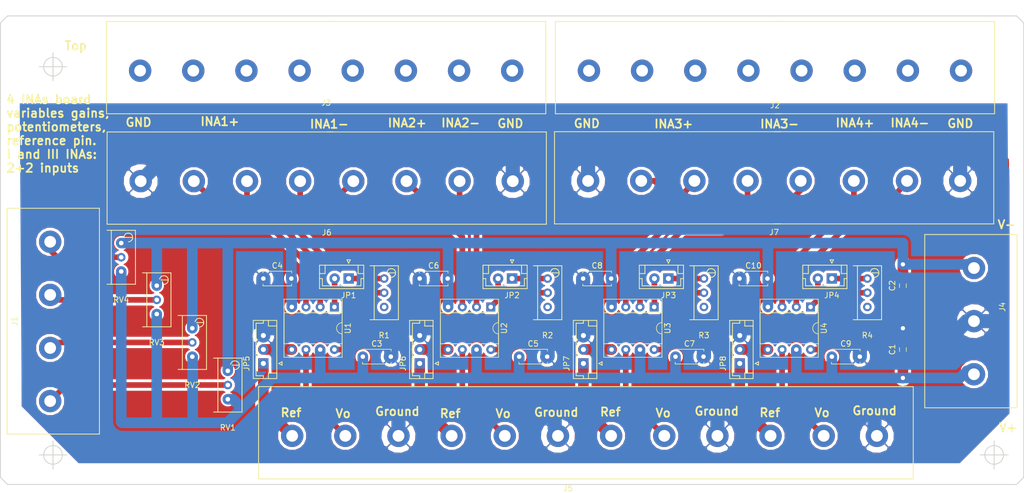
<source format=kicad_pcb>
(kicad_pcb (version 4) (host pcbnew 4.0.5)
  (layers (0 F.Cu signal) (31 B.Cu power) (35 F.Paste user) (37 F.SilkS user) (38 B.Mask user) (39 F.Mask user) (44 Edge.Cuts user))
  (net 0 "")
  (net 1 V+)
  (net 2 GND)
  (net 3 V-)
  (net 4 "Net-(J2-Pad1)")
  (net 5 "Net-(J2-Pad2)")
  (net 6 "Net-(J2-Pad3)")
  (net 7 "Net-(J2-Pad4)")
  (net 8 "Net-(JP1-Pad1)")
  (net 9 "Net-(JP1-Pad2)")
  (net 10 "Net-(JP2-Pad1)")
  (net 11 "Net-(JP2-Pad2)")
  (net 12 "Net-(JP3-Pad1)")
  (net 13 "Net-(JP3-Pad2)")
  (net 14 "Net-(JP4-Pad1)")
  (net 15 "Net-(JP4-Pad2)")
  (net 16 "Net-(R1-Pad2)")
  (net 17 "Net-(R2-Pad2)")
  (net 18 "Net-(R3-Pad2)")
  (net 19 "Net-(R4-Pad2)")
  (net 20 "Net-(J1-Pad1)")
  (net 21 "Net-(J1-Pad2)")
  (net 22 "Net-(J1-Pad3)")
  (net 23 "Net-(J1-Pad4)")
  (net 24 "Net-(J2-Pad5)")
  (net 25 "Net-(J2-Pad6)")
  (net 26 "Net-(J2-Pad7)")
  (net 27 "Net-(J2-Pad8)")
  (net 28 INA1_V+1)
  (net 29 INA1_V-1)
  (net 30 INA2_V+1)
  (net 31 INA2_V-1)
  (net 32 INA3_V+1)
  (net 33 INA3_V-1)
  (net 34 INA4_V+1)
  (net 35 INA4_V-1)
  (net 36 INA1_Ref)
  (net 37 INA1_V0)
  (net 38 INA3_Ref)
  (net 39 INA3_V0)
  (net 40 INA2_Ref)
  (net 41 INA2_V0)
  (net 42 INA4_Ref)
  (net 43 INA4_V0)
  (net 44 "Net-(J3-Pad1)")
  (net 45 "Net-(J3-Pad2)")
  (net 46 "Net-(J3-Pad3)")
  (net 47 "Net-(J3-Pad4)")
  (net 48 "Net-(J3-Pad5)")
  (net 49 "Net-(J3-Pad6)")
  (net 50 "Net-(J3-Pad7)")
  (net 51 "Net-(J3-Pad8)")
  (net 52 "Net-(JP5-Pad2)")
  (net 53 "Net-(JP6-Pad2)")
  (net 54 "Net-(JP7-Pad2)")
  (net 55 "Net-(JP8-Pad2)")
  (module Camdenboss_screw_terminal:Camdenboss_Screw_terminal_8x9.5mm (layer F.Cu) (at 178.9176 58.7248)
    (fp_text reference J7 (at 0 9.2) (layer F.SilkS))
    (fp_text value Screw_Terminal_1x08)
    (pad 1 thru_hole circle (at -33.25 0) (size 4 4) (drill 2.1) (layers *.Cu *.Mask) (net 2 GND))
    (pad 2 thru_hole circle (at -23.75 0) (size 4 4) (drill 2.1) (layers *.Cu *.Mask) (net 30 INA2_V+1))
    (pad 3 thru_hole circle (at -14.25 0) (size 4 4) (drill 2.1) (layers *.Cu *.Mask) (net 30 INA2_V+1))
    (pad 4 thru_hole circle (at -4.75 0) (size 4 4) (drill 2.1) (layers *.Cu *.Mask) (net 31 INA2_V-1))
    (pad 5 thru_hole circle (at 4.75 0) (size 4 4) (drill 2.1) (layers *.Cu *.Mask) (net 31 INA2_V-1))
    (pad 6 thru_hole circle (at 14.25 0) (size 4 4) (drill 2.1) (layers *.Cu *.Mask) (net 34 INA4_V+1))
    (pad 7 thru_hole circle (at 23.75 0) (size 4 4) (drill 2.1) (layers *.Cu *.Mask) (net 35 INA4_V-1))
    (pad 8 thru_hole circle (at 33.25 0) (size 4 4) (drill 2.1) (layers *.Cu *.Mask) (net 2 GND))
  )
  (module Camdenboss_screw_terminal:Camdenboss_Screw_terminal_8x9.5mm (layer F.Cu) (at 98.9584 58.7756)
    (fp_text reference J6 (at 0 9.2) (layer F.SilkS))
    (fp_text value Screw_Terminal_1x08)
    (pad 1 thru_hole circle (at -33.25 0) (size 4 4) (drill 2.1) (layers *.Cu *.Mask) (net 2 GND))
    (pad 2 thru_hole circle (at -23.75 0) (size 4 4) (drill 2.1) (layers *.Cu *.Mask) (net 28 INA1_V+1))
    (pad 3 thru_hole circle (at -14.25 0) (size 4 4) (drill 2.1) (layers *.Cu *.Mask) (net 28 INA1_V+1))
    (pad 4 thru_hole circle (at -4.75 0) (size 4 4) (drill 2.1) (layers *.Cu *.Mask) (net 29 INA1_V-1))
    (pad 5 thru_hole circle (at 4.75 0) (size 4 4) (drill 2.1) (layers *.Cu *.Mask) (net 29 INA1_V-1))
    (pad 6 thru_hole circle (at 14.25 0) (size 4 4) (drill 2.1) (layers *.Cu *.Mask) (net 32 INA3_V+1))
    (pad 7 thru_hole circle (at 23.75 0) (size 4 4) (drill 2.1) (layers *.Cu *.Mask) (net 33 INA3_V-1))
    (pad 8 thru_hole circle (at 33.25 0) (size 4 4) (drill 2.1) (layers *.Cu *.Mask) (net 2 GND))
  )
  (module Camdenboss_screw_terminal:Camdenboss_Screw_terminal_8x9.5mm (layer F.Cu) (at 98.8568 39.0144)
    (fp_text reference J3 (at 0 5.7404) (layer F.SilkS))
    (fp_text value Screw_Terminal_1x08)
    (pad 1 thru_hole circle (at -33.25 0) (size 4 4) (drill 2.1) (layers *.Cu *.Mask) (net 44 "Net-(J3-Pad1)"))
    (pad 2 thru_hole circle (at -23.75 0) (size 4 4) (drill 2.1) (layers *.Cu *.Mask) (net 45 "Net-(J3-Pad2)"))
    (pad 3 thru_hole circle (at -14.25 0) (size 4 4) (drill 2.1) (layers *.Cu *.Mask) (net 46 "Net-(J3-Pad3)"))
    (pad 4 thru_hole circle (at -4.75 0) (size 4 4) (drill 2.1) (layers *.Cu *.Mask) (net 47 "Net-(J3-Pad4)"))
    (pad 5 thru_hole circle (at 4.75 0) (size 4 4) (drill 2.1) (layers *.Cu *.Mask) (net 48 "Net-(J3-Pad5)"))
    (pad 6 thru_hole circle (at 14.25 0) (size 4 4) (drill 2.1) (layers *.Cu *.Mask) (net 49 "Net-(J3-Pad6)"))
    (pad 7 thru_hole circle (at 23.75 0) (size 4 4) (drill 2.1) (layers *.Cu *.Mask) (net 50 "Net-(J3-Pad7)"))
    (pad 8 thru_hole circle (at 33.25 0) (size 4 4) (drill 2.1) (layers *.Cu *.Mask) (net 51 "Net-(J3-Pad8)"))
  )
  (module Camdenboss_screw_terminal:Camdenboss_Screw_terminal_3x9.5mm (layer F.Cu) (at 214.63 83.82 90)
    (fp_text reference J4 (at 2.54 5.08 90) (layer F.SilkS))
    (fp_text value Screw_Terminal_1x03)
    (pad 1 thru_hole circle (at -9.5 0 90) (size 4 4) (drill 2.1) (layers *.Cu *.Mask) (net 1 V+))
    (pad 2 thru_hole circle (at 0 0 90) (size 4 4) (drill 2.1) (layers *.Cu *.Mask) (net 2 GND))
    (pad 3 thru_hole circle (at 9.5 0 90) (size 4 4) (drill 2.1) (layers *.Cu *.Mask) (net 3 V-))
  )
  (module Capacitors_SMD:C_0603_HandSoldering (layer F.Cu) (at 201.93 88.9 90)
    (fp_text reference C1 (at 0 -1.9 90) (layer F.SilkS))
    (fp_text value "10 uF")
    (pad 1 smd rect (at -0.95 0 90) (size 1.2 0.75) (layers F.Cu F.Paste F.Mask) (net 1 V+))
    (pad 2 smd rect (at 0.95 0 90) (size 1.2 0.75) (layers F.Cu F.Paste F.Mask) (net 2 GND))
  )
  (module Capacitors_SMD:C_0603_HandSoldering (layer F.Cu) (at 201.93 77.47 90)
    (fp_text reference C2 (at 0 -1.9 90) (layer F.SilkS))
    (fp_text value 10uF)
    (pad 1 smd rect (at -0.95 0 90) (size 1.2 0.75) (layers F.Cu F.Paste F.Mask) (net 2 GND))
    (pad 2 smd rect (at 0.95 0 90) (size 1.2 0.75) (layers F.Cu F.Paste F.Mask) (net 3 V-))
  )
  (module Housings_DIP:DIP-8_W7.62mm_Socket (layer F.Cu) (at 100.33 81.28 270)
    (fp_text reference U1 (at 3.81 -2.39 270) (layer F.SilkS))
    (fp_text value INA128)
    (pad 1 thru_hole rect (at 0 0 270) (size 1.6 1.6) (drill 0.8) (layers *.Cu *.Mask) (net 9 "Net-(JP1-Pad2)"))
    (pad 5 thru_hole oval (at 7.62 7.62 270) (size 1.6 1.6) (drill 0.8) (layers *.Cu *.Mask) (net 52 "Net-(JP5-Pad2)"))
    (pad 2 thru_hole oval (at 0 2.54 270) (size 1.6 1.6) (drill 0.8) (layers *.Cu *.Mask) (net 29 INA1_V-1))
    (pad 6 thru_hole oval (at 7.62 5.08 270) (size 1.6 1.6) (drill 0.8) (layers *.Cu *.Mask) (net 37 INA1_V0))
    (pad 3 thru_hole oval (at 0 5.08 270) (size 1.6 1.6) (drill 0.8) (layers *.Cu *.Mask) (net 28 INA1_V+1))
    (pad 7 thru_hole oval (at 7.62 2.54 270) (size 1.6 1.6) (drill 0.8) (layers *.Cu *.Mask) (net 1 V+))
    (pad 4 thru_hole oval (at 0 7.62 270) (size 1.6 1.6) (drill 0.8) (layers *.Cu *.Mask) (net 3 V-))
    (pad 8 thru_hole oval (at 7.62 0 270) (size 1.6 1.6) (drill 0.8) (layers *.Cu *.Mask) (net 16 "Net-(R1-Pad2)"))
  )
  (module Housings_DIP:DIP-8_W7.62mm_Socket (layer F.Cu) (at 128.27 81.28 270)
    (fp_text reference U2 (at 3.81 -2.39 270) (layer F.SilkS))
    (fp_text value INA128)
    (pad 1 thru_hole rect (at 0 0 270) (size 1.6 1.6) (drill 0.8) (layers *.Cu *.Mask) (net 11 "Net-(JP2-Pad2)"))
    (pad 5 thru_hole oval (at 7.62 7.62 270) (size 1.6 1.6) (drill 0.8) (layers *.Cu *.Mask) (net 53 "Net-(JP6-Pad2)"))
    (pad 2 thru_hole oval (at 0 2.54 270) (size 1.6 1.6) (drill 0.8) (layers *.Cu *.Mask) (net 33 INA3_V-1))
    (pad 6 thru_hole oval (at 7.62 5.08 270) (size 1.6 1.6) (drill 0.8) (layers *.Cu *.Mask) (net 39 INA3_V0))
    (pad 3 thru_hole oval (at 0 5.08 270) (size 1.6 1.6) (drill 0.8) (layers *.Cu *.Mask) (net 32 INA3_V+1))
    (pad 7 thru_hole oval (at 7.62 2.54 270) (size 1.6 1.6) (drill 0.8) (layers *.Cu *.Mask) (net 1 V+))
    (pad 4 thru_hole oval (at 0 7.62 270) (size 1.6 1.6) (drill 0.8) (layers *.Cu *.Mask) (net 3 V-))
    (pad 8 thru_hole oval (at 7.62 0 270) (size 1.6 1.6) (drill 0.8) (layers *.Cu *.Mask) (net 17 "Net-(R2-Pad2)"))
  )
  (module Housings_DIP:DIP-8_W7.62mm_Socket (layer F.Cu) (at 157.48 81.28 270)
    (fp_text reference U3 (at 3.81 -2.39 270) (layer F.SilkS))
    (fp_text value INA128)
    (pad 1 thru_hole rect (at 0 0 270) (size 1.6 1.6) (drill 0.8) (layers *.Cu *.Mask) (net 13 "Net-(JP3-Pad2)"))
    (pad 5 thru_hole oval (at 7.62 7.62 270) (size 1.6 1.6) (drill 0.8) (layers *.Cu *.Mask) (net 54 "Net-(JP7-Pad2)"))
    (pad 2 thru_hole oval (at 0 2.54 270) (size 1.6 1.6) (drill 0.8) (layers *.Cu *.Mask) (net 31 INA2_V-1))
    (pad 6 thru_hole oval (at 7.62 5.08 270) (size 1.6 1.6) (drill 0.8) (layers *.Cu *.Mask) (net 41 INA2_V0))
    (pad 3 thru_hole oval (at 0 5.08 270) (size 1.6 1.6) (drill 0.8) (layers *.Cu *.Mask) (net 30 INA2_V+1))
    (pad 7 thru_hole oval (at 7.62 2.54 270) (size 1.6 1.6) (drill 0.8) (layers *.Cu *.Mask) (net 1 V+))
    (pad 4 thru_hole oval (at 0 7.62 270) (size 1.6 1.6) (drill 0.8) (layers *.Cu *.Mask) (net 3 V-))
    (pad 8 thru_hole oval (at 7.62 0 270) (size 1.6 1.6) (drill 0.8) (layers *.Cu *.Mask) (net 18 "Net-(R3-Pad2)"))
  )
  (module Housings_DIP:DIP-8_W7.62mm_Socket (layer F.Cu) (at 185.42 81.28 270)
    (fp_text reference U4 (at 3.81 -2.39 270) (layer F.SilkS))
    (fp_text value INA128)
    (pad 1 thru_hole rect (at 0 0 270) (size 1.6 1.6) (drill 0.8) (layers *.Cu *.Mask) (net 15 "Net-(JP4-Pad2)"))
    (pad 5 thru_hole oval (at 7.62 7.62 270) (size 1.6 1.6) (drill 0.8) (layers *.Cu *.Mask) (net 55 "Net-(JP8-Pad2)"))
    (pad 2 thru_hole oval (at 0 2.54 270) (size 1.6 1.6) (drill 0.8) (layers *.Cu *.Mask) (net 35 INA4_V-1))
    (pad 6 thru_hole oval (at 7.62 5.08 270) (size 1.6 1.6) (drill 0.8) (layers *.Cu *.Mask) (net 43 INA4_V0))
    (pad 3 thru_hole oval (at 0 5.08 270) (size 1.6 1.6) (drill 0.8) (layers *.Cu *.Mask) (net 34 INA4_V+1))
    (pad 7 thru_hole oval (at 7.62 2.54 270) (size 1.6 1.6) (drill 0.8) (layers *.Cu *.Mask) (net 1 V+))
    (pad 4 thru_hole oval (at 0 7.62 270) (size 1.6 1.6) (drill 0.8) (layers *.Cu *.Mask) (net 3 V-))
    (pad 8 thru_hole oval (at 7.62 0 270) (size 1.6 1.6) (drill 0.8) (layers *.Cu *.Mask) (net 19 "Net-(R4-Pad2)"))
  )
  (module Camdenboss_screw_terminal:Camdenboss_Screw_terminal_12x9.5mm (layer F.Cu) (at 144.78 104.14)
    (fp_text reference J5 (at -2.7 9.6) (layer F.SilkS))
    (fp_text value Screw_Terminal_1x12)
    (pad 1 thru_hole circle (at -52 0.2) (size 4 4) (drill 2.1) (layers *.Cu *.Mask) (net 36 INA1_Ref))
    (pad 2 thru_hole circle (at -42.5 0.2) (size 4 4) (drill 2.1) (layers *.Cu *.Mask) (net 37 INA1_V0))
    (pad 3 thru_hole circle (at -33 0.2) (size 4 4) (drill 2.1) (layers *.Cu *.Mask) (net 2 GND))
    (pad 4 thru_hole circle (at -23.5 0.2) (size 4 4) (drill 2.1) (layers *.Cu *.Mask) (net 38 INA3_Ref))
    (pad 5 thru_hole circle (at -14 0.2) (size 4 4) (drill 2.1) (layers *.Cu *.Mask) (net 39 INA3_V0))
    (pad 6 thru_hole circle (at -4.5 0.2) (size 4 4) (drill 2.1) (layers *.Cu *.Mask) (net 2 GND))
    (pad 7 thru_hole circle (at 5 0.2) (size 4 4) (drill 2.1) (layers *.Cu *.Mask) (net 40 INA2_Ref))
    (pad 8 thru_hole circle (at 14.5 0.2) (size 4 4) (drill 2.1) (layers *.Cu *.Mask) (net 41 INA2_V0))
    (pad 9 thru_hole circle (at 24 0.2) (size 4 4) (drill 2.1) (layers *.Cu *.Mask) (net 2 GND))
    (pad 10 thru_hole circle (at 33.5 0.2) (size 4 4) (drill 2.1) (layers *.Cu *.Mask) (net 42 INA4_Ref))
    (pad 11 thru_hole circle (at 43 0.2) (size 4 4) (drill 2.1) (layers *.Cu *.Mask) (net 43 INA4_V0))
    (pad 12 thru_hole circle (at 52.5 0.2) (size 4 4) (drill 2.1) (layers *.Cu *.Mask) (net 2 GND))
  )
  (module Camdenboss_screw_terminal:Camdenboss_Screw_terminal_4x9.5mm (layer F.Cu) (at 49.53 83.82 270)
    (fp_text reference J1 (at 0 6.35 270) (layer F.SilkS))
    (fp_text value Screw_Terminal_1x04)
    (pad 1 thru_hole circle (at -14.2 0 270) (size 4 4) (drill 2.1) (layers *.Cu *.Mask) (net 20 "Net-(J1-Pad1)"))
    (pad 2 thru_hole circle (at -4.7 0 270) (size 4 4) (drill 2.1) (layers *.Cu *.Mask) (net 21 "Net-(J1-Pad2)"))
    (pad 3 thru_hole circle (at 4.8 0 270) (size 4 4) (drill 2.1) (layers *.Cu *.Mask) (net 22 "Net-(J1-Pad3)"))
    (pad 4 thru_hole circle (at 14.3 0 270) (size 4 4) (drill 2.1) (layers *.Cu *.Mask) (net 23 "Net-(J1-Pad4)"))
  )
  (module Capacitors_THT:C_Disc_D5.0mm_W2.5mm_P5.00mm (layer F.Cu) (at 105.41 90.17)
    (fp_text reference C3 (at 2.5 -2.31) (layer F.SilkS))
    (fp_text value "0.1 uF")
    (pad 1 thru_hole circle (at 0 0) (size 1.6 1.6) (drill 0.8) (layers *.Cu *.Mask) (net 1 V+))
    (pad 2 thru_hole circle (at 5 0) (size 1.6 1.6) (drill 0.8) (layers *.Cu *.Mask) (net 2 GND))
  )
  (module Capacitors_THT:C_Disc_D5.0mm_W2.5mm_P5.00mm (layer F.Cu) (at 87.63 76.2)
    (fp_text reference C4 (at 2.5 -2.31) (layer F.SilkS))
    (fp_text value "0.1 uF")
    (pad 1 thru_hole circle (at 0 0) (size 1.6 1.6) (drill 0.8) (layers *.Cu *.Mask) (net 2 GND))
    (pad 2 thru_hole circle (at 5 0) (size 1.6 1.6) (drill 0.8) (layers *.Cu *.Mask) (net 3 V-))
  )
  (module Capacitors_THT:C_Disc_D5.0mm_W2.5mm_P5.00mm (layer F.Cu) (at 133.35 90.17)
    (fp_text reference C5 (at 2.5 -2.31) (layer F.SilkS))
    (fp_text value "0.1 uF")
    (pad 1 thru_hole circle (at 0 0) (size 1.6 1.6) (drill 0.8) (layers *.Cu *.Mask) (net 1 V+))
    (pad 2 thru_hole circle (at 5 0) (size 1.6 1.6) (drill 0.8) (layers *.Cu *.Mask) (net 2 GND))
  )
  (module Capacitors_THT:C_Disc_D5.0mm_W2.5mm_P5.00mm (layer F.Cu) (at 115.57 76.2)
    (fp_text reference C6 (at 2.5 -2.31) (layer F.SilkS))
    (fp_text value "0.1 uF")
    (pad 1 thru_hole circle (at 0 0) (size 1.6 1.6) (drill 0.8) (layers *.Cu *.Mask) (net 2 GND))
    (pad 2 thru_hole circle (at 5 0) (size 1.6 1.6) (drill 0.8) (layers *.Cu *.Mask) (net 3 V-))
  )
  (module Capacitors_THT:C_Disc_D5.0mm_W2.5mm_P5.00mm (layer F.Cu) (at 161.29 90.17)
    (fp_text reference C7 (at 2.5 -2.31) (layer F.SilkS))
    (fp_text value "0.1 uF")
    (pad 1 thru_hole circle (at 0 0) (size 1.6 1.6) (drill 0.8) (layers *.Cu *.Mask) (net 1 V+))
    (pad 2 thru_hole circle (at 5 0) (size 1.6 1.6) (drill 0.8) (layers *.Cu *.Mask) (net 2 GND))
  )
  (module Capacitors_THT:C_Disc_D5.0mm_W2.5mm_P5.00mm (layer F.Cu) (at 144.78 76.2)
    (fp_text reference C8 (at 2.5 -2.31) (layer F.SilkS))
    (fp_text value "0.1 uF")
    (pad 1 thru_hole circle (at 0 0) (size 1.6 1.6) (drill 0.8) (layers *.Cu *.Mask) (net 2 GND))
    (pad 2 thru_hole circle (at 5 0) (size 1.6 1.6) (drill 0.8) (layers *.Cu *.Mask) (net 3 V-))
  )
  (module Capacitors_THT:C_Disc_D5.0mm_W2.5mm_P5.00mm (layer F.Cu) (at 189.23 90.17)
    (fp_text reference C9 (at 2.5 -2.31) (layer F.SilkS))
    (fp_text value "0.1 uF")
    (pad 1 thru_hole circle (at 0 0) (size 1.6 1.6) (drill 0.8) (layers *.Cu *.Mask) (net 1 V+))
    (pad 2 thru_hole circle (at 5 0) (size 1.6 1.6) (drill 0.8) (layers *.Cu *.Mask) (net 2 GND))
  )
  (module Capacitors_THT:C_Disc_D5.0mm_W2.5mm_P5.00mm (layer F.Cu) (at 172.72 76.2)
    (fp_text reference C10 (at 2.5 -2.31) (layer F.SilkS))
    (fp_text value "0.1 uF")
    (pad 1 thru_hole circle (at 0 0) (size 1.6 1.6) (drill 0.8) (layers *.Cu *.Mask) (net 2 GND))
    (pad 2 thru_hole circle (at 5 0) (size 1.6 1.6) (drill 0.8) (layers *.Cu *.Mask) (net 3 V-))
  )
  (module Potentiometers:Potentiometer_Bourns_3296W_3-8Zoll_Inline_ScrewUp (layer F.Cu) (at 109.22 76.2 180)
    (fp_text reference R1 (at 0 -10.16 180) (layer F.SilkS))
    (fp_text value RTRIM)
    (pad 2 thru_hole circle (at 0 -2.54 180) (size 1.524 1.524) (drill 0.8128) (layers *.Cu *.Mask) (net 16 "Net-(R1-Pad2)"))
    (pad 3 thru_hole circle (at 0 -5.08 180) (size 1.524 1.524) (drill 0.8128) (layers *.Cu *.Mask))
    (pad 1 thru_hole circle (at 0 0 180) (size 1.524 1.524) (drill 0.8128) (layers *.Cu *.Mask) (net 8 "Net-(JP1-Pad1)"))
  )
  (module Potentiometers:Potentiometer_Bourns_3296W_3-8Zoll_Inline_ScrewUp (layer F.Cu) (at 138.43 76.2 180)
    (fp_text reference R2 (at 0 -10.16 180) (layer F.SilkS))
    (fp_text value RTRIM)
    (pad 2 thru_hole circle (at 0 -2.54 180) (size 1.524 1.524) (drill 0.8128) (layers *.Cu *.Mask) (net 17 "Net-(R2-Pad2)"))
    (pad 3 thru_hole circle (at 0 -5.08 180) (size 1.524 1.524) (drill 0.8128) (layers *.Cu *.Mask))
    (pad 1 thru_hole circle (at 0 0 180) (size 1.524 1.524) (drill 0.8128) (layers *.Cu *.Mask) (net 10 "Net-(JP2-Pad1)"))
  )
  (module Potentiometers:Potentiometer_Bourns_3296W_3-8Zoll_Inline_ScrewUp (layer F.Cu) (at 166.37 76.2 180)
    (fp_text reference R3 (at 0 -10.16 180) (layer F.SilkS))
    (fp_text value RTRIM)
    (pad 2 thru_hole circle (at 0 -2.54 180) (size 1.524 1.524) (drill 0.8128) (layers *.Cu *.Mask) (net 18 "Net-(R3-Pad2)"))
    (pad 3 thru_hole circle (at 0 -5.08 180) (size 1.524 1.524) (drill 0.8128) (layers *.Cu *.Mask))
    (pad 1 thru_hole circle (at 0 0 180) (size 1.524 1.524) (drill 0.8128) (layers *.Cu *.Mask) (net 12 "Net-(JP3-Pad1)"))
  )
  (module Potentiometers:Potentiometer_Bourns_3296W_3-8Zoll_Inline_ScrewUp (layer F.Cu) (at 195.58 76.2 180)
    (fp_text reference R4 (at 0 -10.16 180) (layer F.SilkS))
    (fp_text value RTRIM)
    (pad 2 thru_hole circle (at 0 -2.54 180) (size 1.524 1.524) (drill 0.8128) (layers *.Cu *.Mask) (net 19 "Net-(R4-Pad2)"))
    (pad 3 thru_hole circle (at 0 -5.08 180) (size 1.524 1.524) (drill 0.8128) (layers *.Cu *.Mask))
    (pad 1 thru_hole circle (at 0 0 180) (size 1.524 1.524) (drill 0.8128) (layers *.Cu *.Mask) (net 14 "Net-(JP4-Pad1)"))
  )
  (module Potentiometers:Potentiometer_Bourns_3296W_3-8Zoll_Inline_ScrewUp (layer F.Cu) (at 81.28 92.71 180)
    (fp_text reference RV1 (at 0 -10.16 180) (layer F.SilkS))
    (fp_text value POT)
    (pad 2 thru_hole circle (at 0 -2.54 180) (size 1.524 1.524) (drill 0.8128) (layers *.Cu *.Mask) (net 23 "Net-(J1-Pad4)"))
    (pad 3 thru_hole circle (at 0 -5.08 180) (size 1.524 1.524) (drill 0.8128) (layers *.Cu *.Mask) (net 1 V+))
    (pad 1 thru_hole circle (at 0 0 180) (size 1.524 1.524) (drill 0.8128) (layers *.Cu *.Mask) (net 3 V-))
  )
  (module Potentiometers:Potentiometer_Bourns_3296W_3-8Zoll_Inline_ScrewUp (layer F.Cu) (at 74.93 85.09 180)
    (fp_text reference RV2 (at 0 -10.16 180) (layer F.SilkS))
    (fp_text value POT)
    (pad 2 thru_hole circle (at 0 -2.54 180) (size 1.524 1.524) (drill 0.8128) (layers *.Cu *.Mask) (net 22 "Net-(J1-Pad3)"))
    (pad 3 thru_hole circle (at 0 -5.08 180) (size 1.524 1.524) (drill 0.8128) (layers *.Cu *.Mask) (net 1 V+))
    (pad 1 thru_hole circle (at 0 0 180) (size 1.524 1.524) (drill 0.8128) (layers *.Cu *.Mask) (net 3 V-))
  )
  (module Potentiometers:Potentiometer_Bourns_3296W_3-8Zoll_Inline_ScrewUp (layer F.Cu) (at 68.58 77.47 180)
    (fp_text reference RV3 (at 0 -10.16 180) (layer F.SilkS))
    (fp_text value POT)
    (pad 2 thru_hole circle (at 0 -2.54 180) (size 1.524 1.524) (drill 0.8128) (layers *.Cu *.Mask) (net 21 "Net-(J1-Pad2)"))
    (pad 3 thru_hole circle (at 0 -5.08 180) (size 1.524 1.524) (drill 0.8128) (layers *.Cu *.Mask) (net 1 V+))
    (pad 1 thru_hole circle (at 0 0 180) (size 1.524 1.524) (drill 0.8128) (layers *.Cu *.Mask) (net 3 V-))
  )
  (module Potentiometers:Potentiometer_Bourns_3296W_3-8Zoll_Inline_ScrewUp (layer F.Cu) (at 62.23 69.85 180)
    (fp_text reference RV4 (at 0 -10.16 180) (layer F.SilkS))
    (fp_text value POT)
    (pad 2 thru_hole circle (at 0 -2.54 180) (size 1.524 1.524) (drill 0.8128) (layers *.Cu *.Mask) (net 20 "Net-(J1-Pad1)"))
    (pad 3 thru_hole circle (at 0 -5.08 180) (size 1.524 1.524) (drill 0.8128) (layers *.Cu *.Mask) (net 1 V+))
    (pad 1 thru_hole circle (at 0 0 180) (size 1.524 1.524) (drill 0.8128) (layers *.Cu *.Mask) (net 3 V-))
  )
  (module Connectors_JST:JST_EH_B02B-EH-A_02x2.50mm_Straight (layer F.Cu) (at 102.87 76.2 180)
    (fp_text reference JP1 (at 0 -3 180) (layer F.SilkS))
    (fp_text value Jumper_NO_Small)
    (pad 1 thru_hole rect (at 0 0 180) (size 1.85 1.85) (drill 0.9) (layers *.Cu *.Mask) (net 8 "Net-(JP1-Pad1)"))
    (pad 2 thru_hole circle (at 2.5 0 180) (size 1.85 1.85) (drill 0.9) (layers *.Cu *.Mask) (net 9 "Net-(JP1-Pad2)"))
  )
  (module Connectors_JST:JST_EH_B02B-EH-A_02x2.50mm_Straight (layer F.Cu) (at 132.08 76.2 180)
    (fp_text reference JP2 (at 0 -3 180) (layer F.SilkS))
    (fp_text value Jumper_NO_Small)
    (pad 1 thru_hole rect (at 0 0 180) (size 1.85 1.85) (drill 0.9) (layers *.Cu *.Mask) (net 10 "Net-(JP2-Pad1)"))
    (pad 2 thru_hole circle (at 2.5 0 180) (size 1.85 1.85) (drill 0.9) (layers *.Cu *.Mask) (net 11 "Net-(JP2-Pad2)"))
  )
  (module Connectors_JST:JST_EH_B02B-EH-A_02x2.50mm_Straight (layer F.Cu) (at 160.02 76.2 180)
    (fp_text reference JP3 (at 0 -3 180) (layer F.SilkS))
    (fp_text value Jumper_NO_Small)
    (pad 1 thru_hole rect (at 0 0 180) (size 1.85 1.85) (drill 0.9) (layers *.Cu *.Mask) (net 12 "Net-(JP3-Pad1)"))
    (pad 2 thru_hole circle (at 2.5 0 180) (size 1.85 1.85) (drill 0.9) (layers *.Cu *.Mask) (net 13 "Net-(JP3-Pad2)"))
  )
  (module Connectors_JST:JST_EH_B02B-EH-A_02x2.50mm_Straight (layer F.Cu) (at 189.23 76.2 180)
    (fp_text reference JP4 (at 0 -3 180) (layer F.SilkS))
    (fp_text value Jumper_NO_Small)
    (pad 1 thru_hole rect (at 0 0 180) (size 1.85 1.85) (drill 0.9) (layers *.Cu *.Mask) (net 14 "Net-(JP4-Pad1)"))
    (pad 2 thru_hole circle (at 2.5 0 180) (size 1.85 1.85) (drill 0.9) (layers *.Cu *.Mask) (net 15 "Net-(JP4-Pad2)"))
  )
  (module Camdenboss_screw_terminal:Camdenboss_Screw_terminal_8x9.5mm (layer F.Cu) (at 179.07 39.0144)
    (fp_text reference J2 (at 0 6.1976) (layer F.SilkS))
    (fp_text value Screw_Terminal_1x08)
    (pad 1 thru_hole circle (at -33.25 0) (size 4 4) (drill 2.1) (layers *.Cu *.Mask) (net 4 "Net-(J2-Pad1)"))
    (pad 2 thru_hole circle (at -23.75 0) (size 4 4) (drill 2.1) (layers *.Cu *.Mask) (net 5 "Net-(J2-Pad2)"))
    (pad 3 thru_hole circle (at -14.25 0) (size 4 4) (drill 2.1) (layers *.Cu *.Mask) (net 6 "Net-(J2-Pad3)"))
    (pad 4 thru_hole circle (at -4.75 0) (size 4 4) (drill 2.1) (layers *.Cu *.Mask) (net 7 "Net-(J2-Pad4)"))
    (pad 5 thru_hole circle (at 4.75 0) (size 4 4) (drill 2.1) (layers *.Cu *.Mask) (net 24 "Net-(J2-Pad5)"))
    (pad 6 thru_hole circle (at 14.25 0) (size 4 4) (drill 2.1) (layers *.Cu *.Mask) (net 25 "Net-(J2-Pad6)"))
    (pad 7 thru_hole circle (at 23.75 0) (size 4 4) (drill 2.1) (layers *.Cu *.Mask) (net 26 "Net-(J2-Pad7)"))
    (pad 8 thru_hole circle (at 33.25 0) (size 4 4) (drill 2.1) (layers *.Cu *.Mask) (net 27 "Net-(J2-Pad8)"))
  )
  (module Connectors_JST:JST_EH_B03B-EH-A_03x2.50mm_Straight (layer F.Cu) (at 87.63 91.3892 90)
    (fp_text reference JP5 (at 0 -3 90) (layer F.SilkS))
    (fp_text value Jumper_NC_Dual)
    (pad 1 thru_hole rect (at 0 0 90) (size 1.85 1.85) (drill 0.9) (layers *.Cu *.Mask) (net 36 INA1_Ref))
    (pad 2 thru_hole circle (at 2.5 0 90) (size 1.85 1.85) (drill 0.9) (layers *.Cu *.Mask) (net 52 "Net-(JP5-Pad2)"))
    (pad 3 thru_hole circle (at 5 0 90) (size 1.85 1.85) (drill 0.9) (layers *.Cu *.Mask) (net 2 GND))
  )
  (module Connectors_JST:JST_EH_B03B-EH-A_03x2.50mm_Straight (layer F.Cu) (at 115.57 91.3892 90)
    (fp_text reference JP6 (at 0 -3 90) (layer F.SilkS))
    (fp_text value Jumper_NC_Dual)
    (pad 1 thru_hole rect (at 0 0 90) (size 1.85 1.85) (drill 0.9) (layers *.Cu *.Mask) (net 38 INA3_Ref))
    (pad 2 thru_hole circle (at 2.5 0 90) (size 1.85 1.85) (drill 0.9) (layers *.Cu *.Mask) (net 53 "Net-(JP6-Pad2)"))
    (pad 3 thru_hole circle (at 5 0 90) (size 1.85 1.85) (drill 0.9) (layers *.Cu *.Mask) (net 2 GND))
  )
  (module Connectors_JST:JST_EH_B03B-EH-A_03x2.50mm_Straight (layer F.Cu) (at 144.8308 91.3892 90)
    (fp_text reference JP7 (at 0 -3 90) (layer F.SilkS))
    (fp_text value Jumper_NC_Dual)
    (pad 1 thru_hole rect (at 0 0 90) (size 1.85 1.85) (drill 0.9) (layers *.Cu *.Mask) (net 40 INA2_Ref))
    (pad 2 thru_hole circle (at 2.5 0 90) (size 1.85 1.85) (drill 0.9) (layers *.Cu *.Mask) (net 54 "Net-(JP7-Pad2)"))
    (pad 3 thru_hole circle (at 5 0 90) (size 1.85 1.85) (drill 0.9) (layers *.Cu *.Mask) (net 2 GND))
  )
  (module Connectors_JST:JST_EH_B03B-EH-A_03x2.50mm_Straight (layer F.Cu) (at 172.7708 91.3892 90)
    (fp_text reference JP8 (at 0 -3 90) (layer F.SilkS))
    (fp_text value Jumper_NC_Dual)
    (pad 1 thru_hole rect (at 0 0 90) (size 1.85 1.85) (drill 0.9) (layers *.Cu *.Mask) (net 42 INA4_Ref))
    (pad 2 thru_hole circle (at 2.5 0 90) (size 1.85 1.85) (drill 0.9) (layers *.Cu *.Mask) (net 55 "Net-(JP8-Pad2)"))
    (pad 3 thru_hole circle (at 5 0 90) (size 1.85 1.85) (drill 0.9) (layers *.Cu *.Mask) (net 2 GND))
  )
  (gr_text Vo (at 187.4774 100.203) (layer F.SilkS) (effects (font (size 1.5 1.5) (thickness 0.3))))
  (gr_text Vo (at 159.0802 100.2538) (layer F.SilkS) (effects (font (size 1.5 1.5) (thickness 0.3))))
  (gr_text Vo (at 130.4798 100.3554) (layer F.SilkS) (effects (font (size 1.5 1.5) (thickness 0.3))))
  (gr_text Vo (at 101.8794 100.3554) (layer F.SilkS) (effects (font (size 1.5 1.5) (thickness 0.3))))
  (gr_text Ground (at 111.5822 99.9744) (layer F.SilkS) (effects (font (size 1.5 1.5) (thickness 0.3))))
  (gr_text Ground (at 139.9794 100.1268) (layer F.SilkS) (effects (font (size 1.5 1.5) (thickness 0.3))))
  (gr_text Ground (at 168.656 99.9236) (layer F.SilkS) (effects (font (size 1.5 1.5) (thickness 0.3))))
  (gr_text Ground (at 196.8754 99.8474) (layer F.SilkS) (effects (font (size 1.5 1.5) (thickness 0.3))))
  (gr_text Ref (at 178.1556 100.203) (layer F.SilkS) (effects (font (size 1.5 1.5) (thickness 0.3))))
  (gr_text Ref (at 149.6568 100.076) (layer F.SilkS) (effects (font (size 1.5 1.5) (thickness 0.3))))
  (gr_text Ref (at 121.031 100.3554) (layer F.SilkS) (effects (font (size 1.5 1.5) (thickness 0.3))))
  (gr_text Ref (at 92.583 100.203) (layer F.SilkS) (effects (font (size 1.5 1.5) (thickness 0.3))))
  (target plus (at 218.2368 107.7468) (size 5) (width 0.15) (layer Edge.Cuts))
  (target plus (at 50.038 107.7468) (size 5) (width 0.15) (layer Edge.Cuts))
  (target plus (at 50.038 38.3032) (size 5) (width 0.15) (layer Edge.Cuts))
  (gr_text GND (at 212.1916 48.4632) (layer F.SilkS) (effects (font (size 1.5 1.5) (thickness 0.3))))
  (gr_text INA3- (at 179.8828 48.5394) (layer F.SilkS) (effects (font (size 1.5 1.5) (thickness 0.3))))
  (gr_text INA3+ (at 160.9598 48.5394) (layer F.SilkS) (effects (font (size 1.5 1.5) (thickness 0.3))))
  (gr_text GND (at 145.4404 48.4632) (layer F.SilkS) (effects (font (size 1.5 1.5) (thickness 0.3))))
  (gr_text GND (at 131.7752 48.4632) (layer F.SilkS) (effects (font (size 1.5 1.5) (thickness 0.3))))
  (gr_text INA1- (at 99.4156 48.5648) (layer F.SilkS) (effects (font (size 1.5 1.5) (thickness 0.3))))
  (gr_text GND (at 65.3288 48.26) (layer F.SilkS) (effects (font (size 1.5 1.5) (thickness 0.3))))
  (gr_text V+ (at 220.726 102.87) (layer F.SilkS) (effects (font (size 1.5 1.5) (thickness 0.3))))
  (gr_text V- (at 220.472 66.548) (layer F.SilkS) (effects (font (size 1.5 1.5) (thickness 0.3))))
  (gr_text INA4- (at 203.1746 48.3616) (layer F.SilkS) (effects (font (size 1.5 1.5) (thickness 0.3))))
  (gr_text INA4+ (at 193.3702 48.3616) (layer F.SilkS) (effects (font (size 1.5 1.5) (thickness 0.3))))
  (gr_text INA2- (at 122.8852 48.3616) (layer F.SilkS) (effects (font (size 1.5 1.5) (thickness 0.3))))
  (gr_text INA2+ (at 113.3348 48.3616) (layer F.SilkS) (effects (font (size 1.5 1.5) (thickness 0.3))))
  (gr_text INA1+ (at 79.8576 48.1076) (layer F.SilkS) (effects (font (size 1.5 1.5) (thickness 0.3))))
  (gr_text Top (at 54.102 34.544) (layer F.SilkS) (effects (font (thickness 0.3048))))
  (gr_text "4 INAs board \nvariables gains,\npotentiometers, \nreference pin.\nI and III INAs: \n2+2 inputs" (at 41.5544 50.292) (layer F.SilkS) (effects (font (thickness 0.3048)) (justify left)))
  (gr_line (start 223.52 30.48) (end 223.52 48.26) (angle 90) (layer Edge.Cuts) (width 0.15))
  (gr_line (start 222.25 29.21) (end 223.52 30.48) (angle 90) (layer Edge.Cuts) (width 0.15))
  (gr_line (start 41.91 29.21) (end 222.25 29.21) (angle 90) (layer Edge.Cuts) (width 0.15))
  (gr_line (start 40.64 30.48) (end 41.91 29.21) (angle 90) (layer Edge.Cuts) (width 0.15))
  (gr_line (start 40.64 111.76) (end 40.64 30.48) (angle 90) (layer Edge.Cuts) (width 0.15))
  (gr_line (start 41.91 113.03) (end 40.64 111.76) (angle 90) (layer Edge.Cuts) (width 0.15))
  (gr_line (start 222.25 113.03) (end 41.91 113.03) (angle 90) (layer Edge.Cuts) (width 0.15))
  (gr_line (start 223.52 111.76) (end 222.25 113.03) (angle 90) (layer Edge.Cuts) (width 0.15))
  (gr_line (start 223.52 48.26) (end 223.52 111.76) (angle 90) (layer Edge.Cuts) (width 0.15))
  (segment (start 75 102) (end 75 90.24) (width 1.905) (layer B.Cu) (net 1))
  (segment (start 75 90.24) (end 74.93 90.17) (width 1.905) (layer B.Cu) (net 1))
  (segment (start 81.28 97.79) (end 82.19 97.79) (width 1.905) (layer B.Cu) (net 1))
  (segment (start 82.19 97.79) (end 83.8 99.4) (width 1.905) (layer B.Cu) (net 1))
  (segment (start 68.58 82.55) (end 68.58 102) (width 1.905) (layer B.Cu) (net 1))
  (segment (start 68.58 102) (end 68.5 102) (width 1.905) (layer B.Cu) (net 1))
  (segment (start 98 93.98) (end 89.22 93.98) (width 1.905) (layer B.Cu) (net 1))
  (segment (start 62.23 101.83) (end 62.23 74.93) (width 1.905) (layer B.Cu) (net 1))
  (segment (start 62.4 102) (end 62.23 101.83) (width 1.905) (layer B.Cu) (net 1))
  (segment (start 81.2 102) (end 75 102) (width 1.905) (layer B.Cu) (net 1))
  (segment (start 75 102) (end 74 102) (width 1.905) (layer B.Cu) (net 1))
  (segment (start 74 102) (end 68.5 102) (width 1.905) (layer B.Cu) (net 1))
  (segment (start 68.5 102) (end 62.4 102) (width 1.905) (layer B.Cu) (net 1))
  (segment (start 89.22 93.98) (end 83.8 99.4) (width 1.905) (layer B.Cu) (net 1))
  (segment (start 83.8 99.4) (end 81.2 102) (width 1.905) (layer B.Cu) (net 1))
  (segment (start 201.93 89.85) (end 201.93 93.98) (width 1.905) (layer F.Cu) (net 1))
  (via (at 201.93 93.98) (size 1.016) (drill 0.762) (layers F.Cu B.Cu) (net 1))
  (segment (start 214.63 93.32) (end 212.75 93.32) (width 1.905) (layer B.Cu) (net 1))
  (segment (start 212.75 93.32) (end 212.09 93.98) (width 1.905) (layer B.Cu) (net 1))
  (segment (start 212.09 93.98) (end 201.93 93.98) (width 1.905) (layer B.Cu) (net 1))
  (segment (start 189.23 90.17) (end 189.23 93.98) (width 1.905) (layer B.Cu) (net 1))
  (segment (start 161.29 90.17) (end 161.29 93.98) (width 1.905) (layer B.Cu) (net 1))
  (segment (start 133.35 90.17) (end 133.35 93.98) (width 1.905) (layer B.Cu) (net 1))
  (segment (start 105.41 90.17) (end 105.41 93.98) (width 1.905) (layer B.Cu) (net 1))
  (segment (start 125.73 93.98) (end 105.41 93.98) (width 1.905) (layer B.Cu) (net 1))
  (segment (start 105.41 93.98) (end 98 93.98) (width 1.905) (layer B.Cu) (net 1))
  (segment (start 98 93.98) (end 97.79 93.98) (width 1.905) (layer B.Cu) (net 1))
  (segment (start 97.79 93.98) (end 97.79 88.9) (width 1.905) (layer B.Cu) (net 1))
  (segment (start 154.94 93.98) (end 133.35 93.98) (width 1.905) (layer B.Cu) (net 1))
  (segment (start 133.35 93.98) (end 125.73 93.98) (width 1.905) (layer B.Cu) (net 1))
  (segment (start 125.73 93.98) (end 125.73 88.9) (width 1.905) (layer B.Cu) (net 1))
  (segment (start 182.88 93.98) (end 161.29 93.98) (width 1.905) (layer B.Cu) (net 1))
  (segment (start 161.29 93.98) (end 154.94 93.98) (width 1.905) (layer B.Cu) (net 1))
  (segment (start 154.94 93.98) (end 154.94 88.9) (width 1.905) (layer B.Cu) (net 1))
  (segment (start 214.63 93.32) (end 213.97 93.32) (width 1.905) (layer B.Cu) (net 1))
  (segment (start 213.97 93.32) (end 213.36 92.71) (width 1.905) (layer B.Cu) (net 1))
  (segment (start 201.93 93.98) (end 201.93 93.98) (width 1.905) (layer B.Cu) (net 1))
  (segment (start 201.93 93.98) (end 189.23 93.98) (width 1.905) (layer B.Cu) (net 1))
  (segment (start 189.23 93.98) (end 182.88 93.98) (width 1.905) (layer B.Cu) (net 1))
  (segment (start 182.88 93.98) (end 182.88 88.9) (width 1.905) (layer B.Cu) (net 1))
  (segment (start 212.1676 58.7248) (end 212.1676 54.2812) (width 2.54) (layer B.Cu) (net 2))
  (segment (start 212.1676 54.2812) (end 210.5152 52.6288) (width 2.54) (layer B.Cu) (net 2))
  (segment (start 145.6676 58.7248) (end 145.6676 55.094) (width 2.54) (layer B.Cu) (net 2))
  (segment (start 145.6676 55.094) (end 148.1328 52.6288) (width 2.54) (layer B.Cu) (net 2))
  (segment (start 132.2084 58.7756) (end 132.2084 54.1796) (width 2.54) (layer B.Cu) (net 2))
  (segment (start 132.2084 54.1796) (end 130.6576 52.6288) (width 2.54) (layer B.Cu) (net 2))
  (segment (start 219.6592 83.82) (end 219.6592 56.8452) (width 2.54) (layer B.Cu) (net 2))
  (segment (start 71.8552 52.6288) (end 65.7084 58.7756) (width 2.54) (layer B.Cu) (net 2))
  (segment (start 215.4428 52.6288) (end 210.5152 52.6288) (width 2.54) (layer B.Cu) (net 2))
  (segment (start 210.5152 52.6288) (end 148.1328 52.6288) (width 2.54) (layer B.Cu) (net 2))
  (segment (start 148.1328 52.6288) (end 130.6576 52.6288) (width 2.54) (layer B.Cu) (net 2))
  (segment (start 130.6576 52.6288) (end 71.8552 52.6288) (width 2.54) (layer B.Cu) (net 2))
  (segment (start 219.6592 56.8452) (end 215.4428 52.6288) (width 2.54) (layer B.Cu) (net 2))
  (segment (start 214.63 83.82) (end 219.6592 83.82) (width 2.54) (layer B.Cu) (net 2))
  (segment (start 219.6592 83.82) (end 219.71 83.82) (width 2.54) (layer B.Cu) (net 2))
  (segment (start 172.7708 86.3892) (end 172.7708 85.1408) (width 2.54) (layer B.Cu) (net 2))
  (segment (start 172.7708 85.1408) (end 172.72 85.09) (width 2.54) (layer B.Cu) (net 2))
  (segment (start 144.8308 86.3892) (end 144.8308 85.1408) (width 2.54) (layer B.Cu) (net 2))
  (segment (start 144.8308 85.1408) (end 144.78 85.09) (width 2.54) (layer B.Cu) (net 2))
  (segment (start 115.57 86.3892) (end 115.57 85.09) (width 2.54) (layer B.Cu) (net 2))
  (segment (start 87.63 86.3892) (end 87.63 85.09) (width 2.54) (layer B.Cu) (net 2))
  (segment (start 201.93 78.42) (end 201.93 85.09) (width 1) (layer F.Cu) (net 2))
  (segment (start 201.93 87.95) (end 201.93 85.09) (width 1) (layer F.Cu) (net 2))
  (via (at 201.93 85.09) (size 1.016) (drill 0.762) (layers F.Cu B.Cu) (net 2))
  (segment (start 115.57 76.2) (end 115.57 85.09) (width 2.54) (layer B.Cu) (net 2))
  (segment (start 87.63 85.09) (end 87.63 76.2) (width 2.54) (layer B.Cu) (net 2))
  (segment (start 110.49 85.09) (end 87.63 85.09) (width 2.54) (layer B.Cu) (net 2))
  (segment (start 110.49 85.09) (end 110.49 90.09) (width 2.54) (layer B.Cu) (net 2))
  (segment (start 110.49 90.09) (end 110.41 90.17) (width 2.54) (layer B.Cu) (net 2))
  (segment (start 166.37 85.09) (end 166.37 90.09) (width 2.54) (layer B.Cu) (net 2))
  (segment (start 166.37 90.09) (end 166.29 90.17) (width 2.54) (layer B.Cu) (net 2))
  (segment (start 138.43 85.09) (end 138.43 90.09) (width 2.54) (layer B.Cu) (net 2))
  (segment (start 138.43 90.09) (end 138.35 90.17) (width 2.54) (layer B.Cu) (net 2))
  (segment (start 115.57 85.09) (end 114.3 85.09) (width 2.54) (layer B.Cu) (net 2))
  (segment (start 114.3 85.09) (end 110.49 85.09) (width 2.54) (layer B.Cu) (net 2))
  (segment (start 138.43 85.09) (end 118.11 85.09) (width 2.54) (layer B.Cu) (net 2))
  (segment (start 118.11 85.09) (end 115.57 85.09) (width 2.54) (layer B.Cu) (net 2))
  (segment (start 144.78 85.09) (end 144.78 76.2) (width 2.54) (layer B.Cu) (net 2))
  (segment (start 172.72 85.09) (end 172.72 76.2) (width 2.54) (layer B.Cu) (net 2))
  (segment (start 194.23 85.17) (end 194.23 90.17) (width 2.54) (layer B.Cu) (net 2))
  (segment (start 214.63 83.82) (end 213.36 83.82) (width 2.54) (layer B.Cu) (net 2))
  (segment (start 213.36 83.82) (end 212.09 85.09) (width 2.54) (layer B.Cu) (net 2))
  (segment (start 212.09 85.09) (end 201.93 85.09) (width 2.54) (layer B.Cu) (net 2))
  (segment (start 201.93 85.09) (end 200.66 85.09) (width 2.54) (layer B.Cu) (net 2))
  (segment (start 139.7 99.06) (end 111.76 99.06) (width 2.54) (layer B.Cu) (net 2))
  (segment (start 111.78 99.08) (end 111.78 104.34) (width 2.54) (layer B.Cu) (net 2))
  (segment (start 111.76 99.06) (end 111.78 99.08) (width 2.54) (layer B.Cu) (net 2))
  (segment (start 168.91 99.06) (end 139.7 99.06) (width 2.54) (layer B.Cu) (net 2))
  (segment (start 139.7 99.06) (end 139.7 102.87) (width 2.54) (layer B.Cu) (net 2))
  (segment (start 139.7 102.87) (end 140.28 104.34) (width 2.54) (layer B.Cu) (net 2))
  (segment (start 196.85 99.06) (end 196.85 103.91) (width 2.54) (layer B.Cu) (net 2))
  (segment (start 196.85 103.91) (end 197.28 104.34) (width 2.54) (layer B.Cu) (net 2))
  (segment (start 196.85 99.06) (end 168.91 99.06) (width 2.54) (layer B.Cu) (net 2))
  (segment (start 168.78 99.19) (end 168.78 104.34) (width 2.54) (layer B.Cu) (net 2))
  (segment (start 168.91 99.06) (end 168.78 99.19) (width 2.54) (layer B.Cu) (net 2))
  (segment (start 219.71 99.06) (end 196.85 99.06) (width 2.54) (layer B.Cu) (net 2))
  (segment (start 219.71 83.82) (end 219.71 99.06) (width 2.54) (layer B.Cu) (net 2))
  (segment (start 144.78 85.09) (end 143.51 85.09) (width 2.54) (layer B.Cu) (net 2))
  (segment (start 143.51 85.09) (end 138.43 85.09) (width 2.54) (layer B.Cu) (net 2))
  (segment (start 166.37 85.09) (end 144.78 85.09) (width 2.54) (layer B.Cu) (net 2))
  (segment (start 172.72 85.09) (end 171.45 85.09) (width 2.54) (layer B.Cu) (net 2))
  (segment (start 171.45 85.09) (end 166.37 85.09) (width 2.54) (layer B.Cu) (net 2))
  (segment (start 194.31 85.09) (end 172.72 85.09) (width 2.54) (layer B.Cu) (net 2))
  (segment (start 200.66 85.09) (end 194.31 85.09) (width 2.54) (layer B.Cu) (net 2))
  (segment (start 194.31 85.09) (end 194.23 85.17) (width 2.54) (layer B.Cu) (net 2))
  (segment (start 74.93 85.09) (end 74.93 69.85) (width 1.905) (layer B.Cu) (net 3))
  (segment (start 75 69.9) (end 75 69.85) (width 1.905) (layer B.Cu) (net 3))
  (segment (start 74.98 69.9) (end 75 69.9) (width 1.905) (layer B.Cu) (net 3))
  (segment (start 74.93 69.85) (end 74.98 69.9) (width 1.905) (layer B.Cu) (net 3))
  (segment (start 81.28 92.71) (end 81.28 69.85) (width 1.905) (layer B.Cu) (net 3))
  (segment (start 81.28 69.85) (end 81.2 69.85) (width 1.905) (layer B.Cu) (net 3))
  (segment (start 68.58 77.47) (end 68.58 69.85) (width 1.905) (layer B.Cu) (net 3))
  (segment (start 68.5 69.9) (end 68.5 69.85) (width 1.905) (layer B.Cu) (net 3))
  (segment (start 68.55 69.9) (end 68.5 69.9) (width 1.905) (layer B.Cu) (net 3))
  (segment (start 68.6 69.85) (end 68.55 69.9) (width 1.905) (layer B.Cu) (net 3))
  (segment (start 68.58 69.85) (end 68.6 69.85) (width 1.905) (layer B.Cu) (net 3))
  (segment (start 82.55 69.85) (end 81.2 69.85) (width 1.905) (layer B.Cu) (net 3))
  (segment (start 81.2 69.85) (end 75 69.85) (width 1.905) (layer B.Cu) (net 3))
  (segment (start 75 69.85) (end 68.5 69.85) (width 1.905) (layer B.Cu) (net 3))
  (segment (start 68.5 69.85) (end 62.23 69.85) (width 1.905) (layer B.Cu) (net 3))
  (segment (start 92.63 76.2) (end 92.63 69.85) (width 1.905) (layer B.Cu) (net 3))
  (segment (start 92.63 69.85) (end 92.71 69.85) (width 1.905) (layer B.Cu) (net 3))
  (segment (start 92.71 81.28) (end 92.71 76.28) (width 1.905) (layer B.Cu) (net 3))
  (segment (start 92.71 76.28) (end 92.63 76.2) (width 1.905) (layer B.Cu) (net 3))
  (segment (start 120.65 81.28) (end 120.65 76.28) (width 1.905) (layer B.Cu) (net 3))
  (segment (start 120.65 76.28) (end 120.65 69.85) (width 1.905) (layer B.Cu) (net 3))
  (segment (start 149.86 81.28) (end 149.86 76.28) (width 1.905) (layer B.Cu) (net 3))
  (segment (start 149.86 76.28) (end 149.78 76.2) (width 1.905) (layer B.Cu) (net 3))
  (segment (start 149.78 76.2) (end 149.78 69.93) (width 1.905) (layer B.Cu) (net 3))
  (segment (start 149.78 69.93) (end 149.86 69.85) (width 1.905) (layer B.Cu) (net 3))
  (segment (start 201.93 76.52) (end 201.93 73.66) (width 1.905) (layer F.Cu) (net 3))
  (via (at 201.93 73.66) (size 1.016) (drill 0.762) (layers F.Cu B.Cu) (net 3))
  (segment (start 177.8 69.85) (end 201.93 69.85) (width 1.905) (layer B.Cu) (net 3))
  (segment (start 201.93 73.66) (end 213.36 73.66) (width 1.905) (layer B.Cu) (net 3))
  (segment (start 201.93 69.85) (end 201.93 73.66) (width 1.905) (layer B.Cu) (net 3))
  (segment (start 213.36 73.66) (end 214.02 74.32) (width 1.905) (layer B.Cu) (net 3))
  (segment (start 214.02 74.32) (end 214.63 74.32) (width 1.905) (layer B.Cu) (net 3))
  (segment (start 92.71 69.85) (end 83.82 69.85) (width 1.905) (layer B.Cu) (net 3))
  (segment (start 83.82 69.85) (end 82.55 69.85) (width 1.905) (layer B.Cu) (net 3))
  (segment (start 177.8 81.28) (end 177.8 76.28) (width 1.905) (layer B.Cu) (net 3))
  (segment (start 177.8 76.28) (end 177.8 69.85) (width 1.905) (layer B.Cu) (net 3))
  (segment (start 213.97 73.66) (end 214.63 74.32) (width 1.905) (layer B.Cu) (net 3))
  (segment (start 177.8 69.85) (end 157.48 69.85) (width 1.905) (layer B.Cu) (net 3))
  (segment (start 157.48 69.85) (end 149.86 69.85) (width 1.905) (layer B.Cu) (net 3))
  (segment (start 149.86 69.85) (end 137.16 69.85) (width 1.905) (layer B.Cu) (net 3))
  (segment (start 137.16 69.85) (end 120.65 69.85) (width 1.905) (layer B.Cu) (net 3))
  (segment (start 120.65 69.85) (end 113.03 69.85) (width 1.905) (layer B.Cu) (net 3))
  (segment (start 113.03 69.85) (end 92.71 69.85) (width 1.905) (layer B.Cu) (net 3))
  (segment (start 109.22 76.2) (end 102.87 76.2) (width 1.016) (layer F.Cu) (net 8))
  (segment (start 100.37 76.2) (end 100.37 81.24) (width 1.016) (layer F.Cu) (net 9))
  (segment (start 100.37 81.24) (end 100.33 81.28) (width 1.016) (layer F.Cu) (net 9))
  (segment (start 132.08 76.2) (end 138.43 76.2) (width 1.016) (layer F.Cu) (net 10))
  (segment (start 129.58 76.2) (end 129.58 79.97) (width 1.016) (layer F.Cu) (net 11))
  (segment (start 129.58 79.97) (end 128.27 81.28) (width 1.016) (layer F.Cu) (net 11))
  (segment (start 160.02 76.2) (end 166.37 76.2) (width 1.016) (layer F.Cu) (net 12))
  (segment (start 157.52 76.2) (end 157.52 81.24) (width 1.016) (layer F.Cu) (net 13))
  (segment (start 157.52 81.24) (end 157.48 81.28) (width 1.016) (layer F.Cu) (net 13))
  (segment (start 189.23 76.2) (end 195.58 76.2) (width 1.016) (layer F.Cu) (net 14))
  (segment (start 186.73 76.2) (end 186.73 79.97) (width 1.016) (layer F.Cu) (net 15))
  (segment (start 186.73 79.97) (end 185.42 81.28) (width 1.016) (layer F.Cu) (net 15))
  (segment (start 109.22 78.74) (end 107.95 78.74) (width 1.016) (layer F.Cu) (net 16))
  (segment (start 101.6 88.9) (end 104.14 86.36) (width 1.016) (layer F.Cu) (net 16))
  (segment (start 104.14 86.36) (end 104.14 81.28) (width 1.016) (layer F.Cu) (net 16))
  (segment (start 104.14 81.28) (end 106.68 78.74) (width 1.016) (layer F.Cu) (net 16))
  (segment (start 106.68 78.74) (end 107.95 78.74) (width 1.016) (layer F.Cu) (net 16))
  (segment (start 101.6 88.9) (end 100.33 88.9) (width 1.016) (layer F.Cu) (net 16))
  (segment (start 138.43 78.74) (end 135.89 78.74) (width 1.016) (layer F.Cu) (net 17))
  (segment (start 129.54 88.9) (end 132.08 86.36) (width 1.016) (layer F.Cu) (net 17))
  (segment (start 132.08 86.36) (end 132.08 81.28) (width 1.016) (layer F.Cu) (net 17))
  (segment (start 132.08 81.28) (end 134.62 78.74) (width 1.016) (layer F.Cu) (net 17))
  (segment (start 134.62 78.74) (end 135.89 78.74) (width 1.016) (layer F.Cu) (net 17))
  (segment (start 129.54 88.9) (end 128.27 88.9) (width 1.016) (layer F.Cu) (net 17))
  (segment (start 166.37 78.74) (end 165.1 78.74) (width 1.016) (layer F.Cu) (net 18))
  (segment (start 158.75 88.9) (end 160.02 87.63) (width 1.016) (layer F.Cu) (net 18))
  (segment (start 160.02 87.63) (end 160.02 83.82) (width 1.016) (layer F.Cu) (net 18))
  (segment (start 160.02 83.82) (end 163.83 80.01) (width 1.016) (layer F.Cu) (net 18))
  (segment (start 163.83 80.01) (end 165.1 78.74) (width 1.016) (layer F.Cu) (net 18))
  (segment (start 165.1 78.74) (end 165.1 78.74) (width 1.016) (layer F.Cu) (net 18))
  (segment (start 158.75 88.9) (end 157.48 88.9) (width 1.016) (layer F.Cu) (net 18))
  (segment (start 195.58 78.74) (end 193.04 78.74) (width 1.016) (layer F.Cu) (net 19))
  (segment (start 186.69 88.9) (end 189.23 86.36) (width 1.016) (layer F.Cu) (net 19))
  (segment (start 189.23 86.36) (end 189.23 81.28) (width 1.016) (layer F.Cu) (net 19))
  (segment (start 189.23 81.28) (end 191.77 78.74) (width 1.016) (layer F.Cu) (net 19))
  (segment (start 191.77 78.74) (end 193.04 78.74) (width 1.016) (layer F.Cu) (net 19))
  (segment (start 186.69 88.9) (end 185.42 88.9) (width 1.016) (layer F.Cu) (net 19))
  (segment (start 62.23 72.39) (end 50.8 72.39) (width 1.016) (layer F.Cu) (net 20))
  (segment (start 50.8 72.39) (end 49.53 71.12) (width 1.016) (layer F.Cu) (net 20))
  (segment (start 49.53 71.12) (end 49.53 69.62) (width 1.016) (layer F.Cu) (net 20))
  (segment (start 68.58 80.01) (end 50.42 80.01) (width 1.016) (layer F.Cu) (net 21))
  (segment (start 50.42 80.01) (end 49.53 79.12) (width 1.016) (layer F.Cu) (net 21))
  (segment (start 74.93 87.63) (end 50.52 87.63) (width 1.016) (layer F.Cu) (net 22))
  (segment (start 50.52 87.63) (end 49.53 88.62) (width 1.016) (layer F.Cu) (net 22))
  (segment (start 81.28 95.25) (end 52.4 95.25) (width 1.016) (layer F.Cu) (net 23))
  (segment (start 52.4 95.25) (end 49.53 98.12) (width 1.016) (layer F.Cu) (net 23))
  (segment (start 49.86 97.79) (end 49.53 98.12) (width 1.016) (layer F.Cu) (net 23))
  (segment (start 84.7084 62.0268) (end 78.4596 62.0268) (width 1.016) (layer F.Cu) (net 28))
  (segment (start 78.4596 62.0268) (end 75.2084 58.7756) (width 1.016) (layer F.Cu) (net 28))
  (segment (start 95.25 81.28) (end 95.25 73.3044) (width 1.016) (layer F.Cu) (net 28))
  (segment (start 84.7084 62.7628) (end 84.7084 62.0268) (width 1.016) (layer F.Cu) (net 28))
  (segment (start 84.7084 62.0268) (end 84.7084 58.7756) (width 1.016) (layer F.Cu) (net 28))
  (segment (start 95.25 73.3044) (end 84.7084 62.7628) (width 1.016) (layer F.Cu) (net 28))
  (segment (start 94.2084 61.976) (end 100.508 61.976) (width 1.016) (layer F.Cu) (net 29))
  (segment (start 100.508 61.976) (end 103.7084 58.7756) (width 1.016) (layer F.Cu) (net 29))
  (segment (start 97.79 81.28) (end 97.79 71.6788) (width 1.016) (layer F.Cu) (net 29))
  (segment (start 94.2084 68.0972) (end 94.2084 61.976) (width 1.016) (layer F.Cu) (net 29))
  (segment (start 94.2084 61.976) (end 94.2084 58.7756) (width 1.016) (layer F.Cu) (net 29))
  (segment (start 97.79 71.6788) (end 94.2084 68.0972) (width 1.016) (layer F.Cu) (net 29))
  (segment (start 155.1676 58.7248) (end 157.5308 58.7248) (width 1.016) (layer F.Cu) (net 30))
  (segment (start 161.391403 62.585403) (end 161.391403 62.585404) (width 1.016) (layer F.Cu) (net 30))
  (segment (start 157.5308 58.7248) (end 161.391403 62.585403) (width 1.016) (layer F.Cu) (net 30))
  (segment (start 152.4 81.28) (end 152.4 74.1172) (width 1.016) (layer F.Cu) (net 30))
  (segment (start 161.3892 62.588) (end 161.391403 62.585404) (width 1.016) (layer F.Cu) (net 30))
  (segment (start 161.391403 62.585404) (end 164.6676 58.7248) (width 1.016) (layer F.Cu) (net 30))
  (segment (start 161.2628 62.7144) (end 161.3892 62.588) (width 1.016) (layer F.Cu) (net 30))
  (segment (start 161.3408 65.1764) (end 161.2628 62.7144) (width 1.016) (layer F.Cu) (net 30))
  (segment (start 152.4 74.1172) (end 161.3408 65.1764) (width 1.016) (layer F.Cu) (net 30))
  (segment (start 183.6676 58.7248) (end 183.6676 60.3756) (width 1.016) (layer F.Cu) (net 31))
  (segment (start 183.6676 60.3756) (end 181.178 62.8652) (width 1.016) (layer F.Cu) (net 31))
  (segment (start 181.178 62.8652) (end 174.1676 62.8652) (width 1.016) (layer F.Cu) (net 31))
  (segment (start 154.94 81.28) (end 154.94 75.0824) (width 1.016) (layer F.Cu) (net 31))
  (segment (start 174.1676 62.8652) (end 174.1676 58.7248) (width 1.016) (layer F.Cu) (net 31))
  (segment (start 169.5704 67.4624) (end 174.1676 62.8652) (width 1.016) (layer F.Cu) (net 31))
  (segment (start 162.56 67.4624) (end 169.5704 67.4624) (width 1.016) (layer F.Cu) (net 31))
  (segment (start 154.94 75.0824) (end 162.56 67.4624) (width 1.016) (layer F.Cu) (net 31))
  (segment (start 123.19 81.28) (end 123.19 68.7572) (width 1.016) (layer F.Cu) (net 32))
  (segment (start 123.19 68.7572) (end 113.2084 58.7756) (width 1.016) (layer F.Cu) (net 32))
  (segment (start 125.73 81.28) (end 125.73 67.818) (width 1.016) (layer F.Cu) (net 33))
  (segment (start 122.7084 64.7964) (end 122.7084 58.7756) (width 1.016) (layer F.Cu) (net 33))
  (segment (start 125.73 67.818) (end 122.7084 64.7964) (width 1.016) (layer F.Cu) (net 33))
  (segment (start 180.34 81.28) (end 180.34 75.2348) (width 1.016) (layer F.Cu) (net 34))
  (segment (start 193.1676 62.4072) (end 193.1676 58.7248) (width 1.016) (layer F.Cu) (net 34))
  (segment (start 180.34 75.2348) (end 193.1676 62.4072) (width 1.016) (layer F.Cu) (net 34))
  (segment (start 182.88 81.28) (end 182.88 75.8444) (width 1.016) (layer F.Cu) (net 35))
  (segment (start 199.1116 63.0184) (end 202.6676 58.7248) (width 1.016) (layer F.Cu) (net 35))
  (segment (start 199.2376 63.1444) (end 199.1116 63.0184) (width 1.016) (layer F.Cu) (net 35))
  (segment (start 195.4784 63.1444) (end 199.2376 63.1444) (width 1.016) (layer F.Cu) (net 35))
  (segment (start 182.88 75.8444) (end 195.4784 63.1444) (width 1.016) (layer F.Cu) (net 35))
  (segment (start 87.63 91.3892) (end 87.63 99.19) (width 1.905) (layer F.Cu) (net 36))
  (segment (start 87.63 99.19) (end 92.78 104.34) (width 1.905) (layer F.Cu) (net 36))
  (segment (start 92.71 104.27) (end 92.78 104.34) (width 1.905) (layer F.Cu) (net 36))
  (segment (start 95.25 88.9) (end 95.25 97.31) (width 1.016) (layer F.Cu) (net 37))
  (segment (start 95.25 97.31) (end 102.28 104.34) (width 1.016) (layer F.Cu) (net 37))
  (segment (start 115.57 91.3892) (end 115.57 98.63) (width 1.905) (layer F.Cu) (net 38))
  (segment (start 115.57 98.63) (end 121.28 104.34) (width 1.905) (layer F.Cu) (net 38))
  (segment (start 120.65 103.71) (end 121.28 104.34) (width 1.905) (layer F.Cu) (net 38))
  (segment (start 123.19 88.9) (end 123.19 96.75) (width 1.016) (layer F.Cu) (net 39))
  (segment (start 123.19 96.75) (end 130.78 104.34) (width 1.016) (layer F.Cu) (net 39))
  (segment (start 144.8308 91.3892) (end 144.8308 99.3908) (width 1.905) (layer F.Cu) (net 40))
  (segment (start 144.8308 99.3908) (end 149.78 104.34) (width 1.905) (layer F.Cu) (net 40))
  (segment (start 149.86 104.26) (end 149.78 104.34) (width 1.905) (layer F.Cu) (net 40))
  (segment (start 152.4 88.9) (end 152.4 97.46) (width 1.016) (layer F.Cu) (net 41))
  (segment (start 152.4 97.46) (end 159.28 104.34) (width 1.016) (layer F.Cu) (net 41))
  (segment (start 172.7708 91.3892) (end 172.7708 98.8308) (width 1.905) (layer F.Cu) (net 42))
  (segment (start 172.7708 98.8308) (end 178.28 104.34) (width 1.905) (layer F.Cu) (net 42))
  (segment (start 177.8 103.86) (end 178.28 104.34) (width 1.905) (layer F.Cu) (net 42))
  (segment (start 180.34 88.9) (end 180.34 96.9) (width 1.016) (layer F.Cu) (net 43))
  (segment (start 180.34 96.9) (end 187.78 104.34) (width 1.016) (layer F.Cu) (net 43))
  (segment (start 87.63 88.8892) (end 92.6992 88.8892) (width 1.905) (layer F.Cu) (net 52))
  (segment (start 92.6992 88.8892) (end 92.71 88.9) (width 1.905) (layer F.Cu) (net 52))
  (segment (start 115.57 88.8892) (end 120.6392 88.8892) (width 1.905) (layer F.Cu) (net 53))
  (segment (start 120.6392 88.8892) (end 120.65 88.9) (width 1.905) (layer F.Cu) (net 53))
  (segment (start 144.8308 88.8892) (end 149.8492 88.8892) (width 1.905) (layer F.Cu) (net 54))
  (segment (start 149.8492 88.8892) (end 149.86 88.9) (width 1.905) (layer F.Cu) (net 54))
  (segment (start 172.7708 88.8892) (end 177.7892 88.8892) (width 1.905) (layer F.Cu) (net 55))
  (segment (start 177.7892 88.8892) (end 177.8 88.9) (width 1.905) (layer F.Cu) (net 55))
  (zone (net 2) (net_name GND) (layer B.Cu) (connect_pads (clearance 0.508)) (min_thickness 0.22606) (fill yes (arc_segments 16) (thermal_gap 1.016) (thermal_bridge_width 0.2286))
    (polygon (pts (xy 220.98 100.33) (xy 212.09 109.22) (xy 54.61 109.22) (xy 44.45 99.06) (xy 44.0944 44.8564) (xy 220.6244 44.8564)))
  )
  (zone (net 2) (net_name GND) (layer F.Cu) (connect_pads (clearance 0.508)) (min_thickness 0.22606) (fill yes (arc_segments 16) (thermal_gap 1.016) (thermal_bridge_width 0.2286))
    (polygon (pts (xy 220.98 100.33) (xy 212.09 109.22) (xy 54.61 109.22) (xy 44.45 99.06) (xy 44.45 59.69) (xy 59.5884 59.69) (xy 67.4624 50.9524) (xy 217.5764 50.7492) (xy 220.8784 54.864) (xy 220.98 59.69)))
  )
)
</source>
